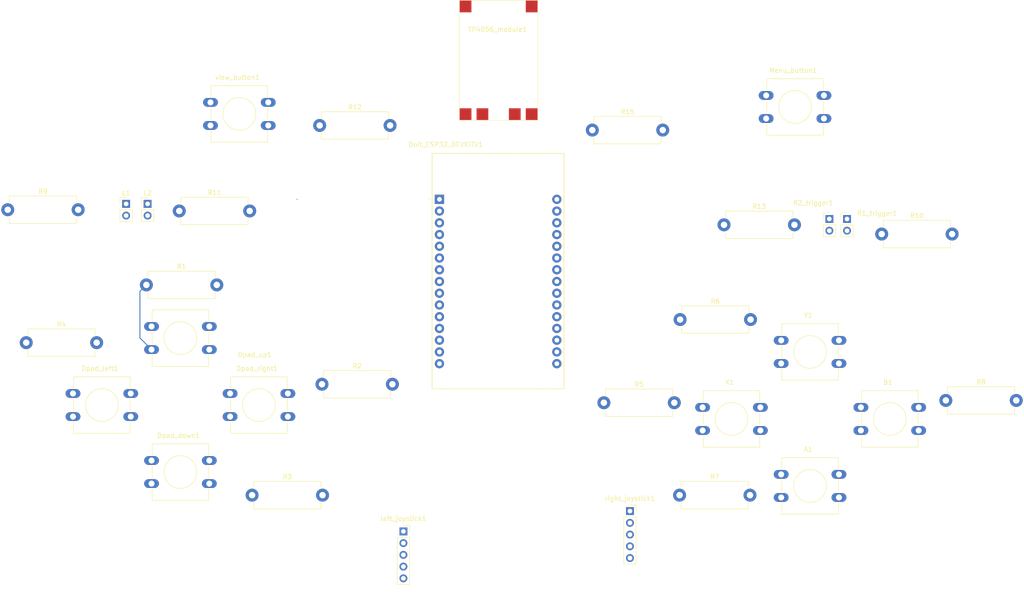
<source format=kicad_pcb>
(kicad_pcb (version 20240108) (generator "pcbnew") (generator_version "8.0")
  (layers (0 "F.Cu" signal) (31 "B.Cu" signal) (34 "B.Paste" user) (35 "F.Paste" user) (36 "B.SilkS" user "B.Silkscreen") (37 "F.SilkS" user "F.Silkscreen") (38 "B.Mask" user) (39 "F.Mask" user) (44 "Edge.Cuts" user))
  (net 0 "")
  (net 1 "A_button")
  (net 2 "gnd")
  (net 3 "B_button")
  (net 4 "SW-L")
  (net 5 "SW-R")
  (net 6 "VRy-L")
  (net 8 "L2")
  (net 9 "X_button")
  (net 10 "Dpad_right")
  (net 11 "view_button")
  (net 12 "Dpad_up")
  (net 13 "R2")
  (net 14 "Y_button")
  (net 15 "R1")
  (net 16 "L1")
  (net 20 "Menu_button")
  (net 21 "Dpad_down")
  (net 22 "Dpad_left")
  (net 23 "VRx-L")
  (net 24 "VRy-R")
  (net 25 "VRx-R")
  (net 26 "Net-(Doit_ESP32_DEVKITV1-VIN)")
  (net 27 "3.3v")
  (net 28 "Net-(Doit_ESP32_DEVKITV1-GND-Pad29)")
  (net 31 "-BATT")
  (net 34 "+BATT")
  (footprint "Connector_PinHeader_2.54mm:PinHeader_1x02_P2.54mm_Vertical" (layer "F.Cu") (at 84 71.96)
    (property "Reference" "L1" (at 0 -2.33 0) (layer "F.SilkS"))
    (property "Value" "SW_Push")
    (fp_line (start -1.33 -1.33) (end 0 -1.33) (stroke (width 0.12)) (layer "F.SilkS"))
    (fp_line (start -1.33 0) (end -1.33 -1.33) (stroke (width 0.12)) (layer "F.SilkS"))
    (fp_line (start -1.33 1.27) (end -1.33 3.87) (stroke (width 0.12)) (layer "F.SilkS"))
    (fp_line (start -1.33 1.27) (end 1.33 1.27) (stroke (width 0.12)) (layer "F.SilkS"))
    (fp_line (start -1.33 3.87) (end 1.33 3.87) (stroke (width 0.12)) (layer "F.SilkS"))
    (fp_line (start 1.33 1.27) (end 1.33 3.87) (stroke (width 0.12)) (layer "F.SilkS"))
    (pad "1" thru_hole rect (at 0 0) (size 1.7 1.7) (drill 1) (layers "*.Cu" "*.Mask") (net 2 "gnd"))
    (pad "2" thru_hole oval (at 0 2.54) (size 1.7 1.7) (drill 1) (layers "*.Cu" "*.Mask") (net 16 "L1"))
  )
  (footprint "Resistor_THT:R_Axial_DIN0614_L14.3mm_D5.7mm_P15.24mm_Horizontal" (layer "F.Cu") (at 62.38 102)
    (property "Reference" "R4" (at 7.62 -3.97 0) (layer "F.SilkS"))
    (property "Value" "4k7")
    (fp_line (start 0.35 -2.97) (end 14.89 -2.97) (stroke (width 0.12)) (layer "F.SilkS"))
    (fp_line (start 0.35 -1.64) (end 0.35 -2.97) (stroke (width 0.12)) (layer "F.SilkS"))
    (fp_line (start 0.35 1.64) (end 0.35 2.97) (stroke (width 0.12)) (layer "F.SilkS"))
    (fp_line (start 0.35 2.97) (end 14.89 2.97) (stroke (width 0.12)) (layer "F.SilkS"))
    (fp_line (start 14.89 -2.97) (end 14.89 -1.64) (stroke (width 0.12)) (layer "F.SilkS"))
    (fp_line (start 14.89 2.97) (end 14.89 1.64) (stroke (width 0.12)) (layer "F.SilkS"))
    (pad "1" thru_hole circle (at 0 0) (size 2.8 2.8) (drill 1.4) (layers "*.Cu" "*.Mask") (net 22 "Dpad_left"))
    (pad "2" thru_hole oval (at 15.24 0) (size 2.8 2.8) (drill 1.4) (layers "*.Cu" "*.Mask") (net 27 "3.3v"))
  )
  (footprint "Button_Switch_THT:SW_PUSH-12mm" (layer "F.Cu") (at 208.75 116)
    (property "Reference" "X1" (at 5.83 -5.41 0) (layer "F.SilkS"))
    (property "Value" "SW_Push")
    (fp_line (start 0.14 -3.61) (end 0.14 -1.1) (stroke (width 0.12)) (layer "F.SilkS"))
    (fp_line (start 0.14 -3.61) (end 12.36 -3.61) (stroke (width 0.12)) (layer "F.SilkS"))
    (fp_line (start 0.14 1.2) (end 0.14 3.8) (stroke (width 0.12)) (layer "F.SilkS"))
    (fp_line (start 0.14 6.1) (end 0.14 8.61) (stroke (width 0.12)) (layer "F.SilkS"))
    (fp_line (start 12.36 -3.61) (end 12.36 -1.1) (stroke (width 0.12)) (layer "F.SilkS"))
    (fp_line (start 12.36 1.2) (end 12.36 3.8) (stroke (width 0.12)) (layer "F.SilkS"))
    (fp_line (start 12.36 6.1) (end 12.36 8.61) (stroke (width 0.12)) (layer "F.SilkS"))
    (fp_line (start 12.36 8.61) (end 0.14 8.61) (stroke (width 0.12)) (layer "F.SilkS"))
    (fp_circle (center 6.25 2.5) (end 9.8 2.5) (stroke (width 0.12)) (fill none) (layer "F.SilkS"))
    (pad "1" thru_hole oval (at 0 0) (size 3.2 1.9) (drill 1.3) (layers "*.Cu" "*.Mask") (net 2 "gnd"))
    (pad "1" thru_hole oval (at 12.5 0) (size 3.2 1.9) (drill 1.3) (layers "*.Cu" "*.Mask") (net 2 "gnd"))
    (pad "2" thru_hole oval (at 0 5) (size 3.2 1.9) (drill 1.3) (layers "*.Cu" "*.Mask") (net 9 "X_button"))
    (pad "2" thru_hole oval (at 12.5 5) (size 3.2 1.9) (drill 1.3) (layers "*.Cu" "*.Mask") (net 9 "X_button"))
  )
  (footprint "Resistor_THT:R_Axial_DIN0614_L14.3mm_D5.7mm_P15.24mm_Horizontal" (layer "F.Cu") (at 111.26 135)
    (property "Reference" "R3" (at 7.62 -3.97 0) (layer "F.SilkS"))
    (property "Value" "4k7")
    (fp_line (start 0.35 -2.97) (end 14.89 -2.97) (stroke (width 0.12)) (layer "F.SilkS"))
    (fp_line (start 0.35 -1.64) (end 0.35 -2.97) (stroke (width 0.12)) (layer "F.SilkS"))
    (fp_line (start 0.35 1.64) (end 0.35 2.97) (stroke (width 0.12)) (layer "F.SilkS"))
    (fp_line (start 0.35 2.97) (end 14.89 2.97) (stroke (width 0.12)) (layer "F.SilkS"))
    (fp_line (start 14.89 -2.97) (end 14.89 -1.64) (stroke (width 0.12)) (layer "F.SilkS"))
    (fp_line (start 14.89 2.97) (end 14.89 1.64) (stroke (width 0.12)) (layer "F.SilkS"))
    (pad "1" thru_hole circle (at 0 0) (size 2.8 2.8) (drill 1.4) (layers "*.Cu" "*.Mask") (net 21 "Dpad_down"))
    (pad "2" thru_hole oval (at 15.24 0) (size 2.8 2.8) (drill 1.4) (layers "*.Cu" "*.Mask") (net 27 "3.3v"))
  )
  (footprint "Button_Switch_THT:SW_PUSH-12mm" (layer "F.Cu") (at 225.75 101.5)
    (property "Reference" "Y1" (at 5.83 -5.41 0) (layer "F.SilkS"))
    (property "Value" "SW_Push")
    (fp_line (start 0.14 -3.61) (end 0.14 -1.1) (stroke (width 0.12)) (layer "F.SilkS"))
    (fp_line (start 0.14 -3.61) (end 12.36 -3.61) (stroke (width 0.12)) (layer "F.SilkS"))
    (fp_line (start 0.14 1.2) (end 0.14 3.8) (stroke (width 0.12)) (layer "F.SilkS"))
    (fp_line (start 0.14 6.1) (end 0.14 8.61) (stroke (width 0.12)) (layer "F.SilkS"))
    (fp_line (start 12.36 -3.61) (end 12.36 -1.1) (stroke (width 0.12)) (layer "F.SilkS"))
    (fp_line (start 12.36 1.2) (end 12.36 3.8) (stroke (width 0.12)) (layer "F.SilkS"))
    (fp_line (start 12.36 6.1) (end 12.36 8.61) (stroke (width 0.12)) (layer "F.SilkS"))
    (fp_line (start 12.36 8.61) (end 0.14 8.61) (stroke (width 0.12)) (layer "F.SilkS"))
    (fp_circle (center 6.25 2.5) (end 9.8 2.5) (stroke (width 0.12)) (fill none) (layer "F.SilkS"))
    (pad "1" thru_hole oval (at 0 0) (size 3.2 1.9) (drill 1.3) (layers "*.Cu" "*.Mask") (net 2 "gnd"))
    (pad "1" thru_hole oval (at 12.5 0) (size 3.2 1.9) (drill 1.3) (layers "*.Cu" "*.Mask") (net 2 "gnd"))
    (pad "2" thru_hole oval (at 0 5) (size 3.2 1.9) (drill 1.3) (layers "*.Cu" "*.Mask") (net 14 "Y_button"))
    (pad "2" thru_hole oval (at 12.5 5) (size 3.2 1.9) (drill 1.3) (layers "*.Cu" "*.Mask") (net 14 "Y_button"))
  )
  (footprint "Resistor_THT:R_Axial_DIN0614_L14.3mm_D5.7mm_P15.24mm_Horizontal" (layer "F.Cu") (at 203.76 135)
    (property "Reference" "R7" (at 7.62 -3.97 0) (layer "F.SilkS"))
    (property "Value" "4k7")
    (fp_line (start 0.35 -2.97) (end 14.89 -2.97) (stroke (width 0.12)) (layer "F.SilkS"))
    (fp_line (start 0.35 -1.64) (end 0.35 -2.97) (stroke (width 0.12)) (layer "F.SilkS"))
    (fp_line (start 0.35 1.64) (end 0.35 2.97) (stroke (width 0.12)) (layer "F.SilkS"))
    (fp_line (start 0.35 2.97) (end 14.89 2.97) (stroke (width 0.12)) (layer "F.SilkS"))
    (fp_line (start 14.89 -2.97) (end 14.89 -1.64) (stroke (width 0.12)) (layer "F.SilkS"))
    (fp_line (start 14.89 2.97) (end 14.89 1.64) (stroke (width 0.12)) (layer "F.SilkS"))
    (pad "1" thru_hole circle (at 0 0) (size 2.8 2.8) (drill 1.4) (layers "*.Cu" "*.Mask") (net 1 "A_button"))
    (pad "2" thru_hole oval (at 15.24 0) (size 2.8 2.8) (drill 1.4) (layers "*.Cu" "*.Mask") (net 27 "3.3v"))
  )
  (footprint "Resistor_THT:R_Axial_DIN0614_L14.3mm_D5.7mm_P15.24mm_Horizontal" (layer "F.Cu") (at 213.38 76.5)
    (property "Reference" "R13" (at 7.62 -3.97 0) (layer "F.SilkS"))
    (property "Value" "4k7")
    (fp_line (start 0.35 -2.97) (end 14.89 -2.97) (stroke (width 0.12)) (layer "F.SilkS"))
    (fp_line (start 0.35 -1.64) (end 0.35 -2.97) (stroke (width 0.12)) (layer "F.SilkS"))
    (fp_line (start 0.35 1.64) (end 0.35 2.97) (stroke (width 0.12)) (layer "F.SilkS"))
    (fp_line (start 0.35 2.97) (end 14.89 2.97) (stroke (width 0.12)) (layer "F.SilkS"))
    (fp_line (start 14.89 -2.97) (end 14.89 -1.64) (stroke (width 0.12)) (layer "F.SilkS"))
    (fp_line (start 14.89 2.97) (end 14.89 1.64) (stroke (width 0.12)) (layer "F.SilkS"))
    (pad "1" thru_hole circle (at 0 0) (size 2.8 2.8) (drill 1.4) (layers "*.Cu" "*.Mask") (net 13 "R2"))
    (pad "2" thru_hole oval (at 15.24 0) (size 2.8 2.8) (drill 1.4) (layers "*.Cu" "*.Mask") (net 27 "3.3v"))
  )
  (footprint "Resistor_THT:R_Axial_DIN0614_L14.3mm_D5.7mm_P15.24mm_Horizontal" (layer "F.Cu") (at 184.88 56)
    (property "Reference" "R15" (at 7.62 -3.97 0) (layer "F.SilkS"))
    (property "Value" "4k7")
    (fp_line (start 0.35 -2.97) (end 14.89 -2.97) (stroke (width 0.12)) (layer "F.SilkS"))
    (fp_line (start 0.35 -1.64) (end 0.35 -2.97) (stroke (width 0.12)) (layer "F.SilkS"))
    (fp_line (start 0.35 1.64) (end 0.35 2.97) (stroke (width 0.12)) (layer "F.SilkS"))
    (fp_line (start 0.35 2.97) (end 14.89 2.97) (stroke (width 0.12)) (layer "F.SilkS"))
    (fp_line (start 14.89 -2.97) (end 14.89 -1.64) (stroke (width 0.12)) (layer "F.SilkS"))
    (fp_line (start 14.89 2.97) (end 14.89 1.64) (stroke (width 0.12)) (layer "F.SilkS"))
    (pad "1" thru_hole circle (at 0 0) (size 2.8 2.8) (drill 1.4) (layers "*.Cu" "*.Mask") (net 20 "Menu_button"))
    (pad "2" thru_hole oval (at 15.24 0) (size 2.8 2.8) (drill 1.4) (layers "*.Cu" "*.Mask") (net 27 "3.3v"))
  )
  (footprint "Connector_PinSocket_2.54mm:PinSocket_1x05_P2.54mm_Vertical" (layer "F.Cu") (at 193.025 138.45)
    (property "Reference" "right_joystick1" (at 0 -2.77 0) (layer "F.SilkS"))
    (property "Value" "Conn_01x05_Pin")
    (fp_line (start -1.33 1.27) (end -1.33 11.49) (stroke (width 0.12)) (layer "F.SilkS"))
    (fp_line (start -1.33 1.27) (end 1.33 1.27) (stroke (width 0.12)) (layer "F.SilkS"))
    (fp_line (start -1.33 11.49) (end 1.33 11.49) (stroke (width 0.12)) (layer "F.SilkS"))
    (fp_line (start 0 -1.33) (end 1.33 -1.33) (stroke (width 0.12)) (layer "F.SilkS"))
    (fp_line (start 1.33 -1.33) (end 1.33 0) (stroke (width 0.12)) (layer "F.SilkS"))
    (fp_line (start 1.33 1.27) (end 1.33 11.49) (stroke (width 0.12)) (layer "F.SilkS"))
    (pad "1" thru_hole rect (at 0 0) (size 1.7 1.7) (drill 1) (layers "*.Cu" "*.Mask") (net 5 "SW-R"))
    (pad "2" thru_hole oval (at 0 2.54) (size 1.7 1.7) (drill 1) (layers "*.Cu" "*.Mask") (net 24 "VRy-R"))
    (pad "3" thru_hole oval (at 0 5.08) (size 1.7 1.7) (drill 1) (layers "*.Cu" "*.Mask") (net 25 "VRx-R"))
    (pad "4" thru_hole oval (at 0 7.62) (size 1.7 1.7) (drill 1) (layers "*.Cu" "*.Mask") (net 2 "gnd"))
    (pad "5" thru_hole oval (at 0 10.16) (size 1.7 1.7) (drill 1) (layers "*.Cu" "*.Mask") (net 27 "3.3v"))
  )
  (footprint "Connector_PinHeader_2.54mm:PinHeader_1x02_P2.54mm_Vertical" (layer "F.Cu") (at 240 75.225)
    (property "Reference" "R1_trigger1" (at 6.5 -1.225 0) (layer "F.SilkS"))
    (property "Value" "SW_Push")
    (fp_line (start -1.33 -1.33) (end 0 -1.33) (stroke (width 0.12)) (layer "F.SilkS"))
    (fp_line (start -1.33 0) (end -1.33 -1.33) (stroke (width 0.12)) (layer "F.SilkS"))
    (fp_line (start -1.33 1.27) (end -1.33 3.87) (stroke (width 0.12)) (layer "F.SilkS"))
    (fp_line (start -1.33 1.27) (end 1.33 1.27) (stroke (width 0.12)) (layer "F.SilkS"))
    (fp_line (start -1.33 3.87) (end 1.33 3.87) (stroke (width 0.12)) (layer "F.SilkS"))
    (fp_line (start 1.33 1.27) (end 1.33 3.87) (stroke (width 0.12)) (layer "F.SilkS"))
    (pad "1" thru_hole rect (at 0 0) (size 1.7 1.7) (drill 1) (layers "*.Cu" "*.Mask") (net 2 "gnd"))
    (pad "2" thru_hole oval (at 0 2.54) (size 1.7 1.7) (drill 1) (layers "*.Cu" "*.Mask") (net 15 "R1"))
  )
  (footprint "Button_Switch_THT:SW_PUSH-12mm" (layer "F.Cu") (at 106.5 113)
    (property "Reference" "Dpad_right1" (at 5.83 -5.41 0) (layer "F.SilkS"))
    (property "Value" "SW_Push")
    (fp_line (start 0.14 -3.61) (end 0.14 -1.1) (stroke (width 0.12)) (layer "F.SilkS"))
    (fp_line (start 0.14 -3.61) (end 12.36 -3.61) (stroke (width 0.12)) (layer "F.SilkS"))
    (fp_line (start 0.14 1.2) (end 0.14 3.8) (stroke (width 0.12)) (layer "F.SilkS"))
    (fp_line (start 0.14 6.1) (end 0.14 8.61) (stroke (width 0.12)) (layer "F.SilkS"))
    (fp_line (start 12.36 -3.61) (end 12.36 -1.1) (stroke (width 0.12)) (layer "F.SilkS"))
    (fp_line (start 12.36 1.2) (end 12.36 3.8) (stroke (width 0.12)) (layer "F.SilkS"))
    (fp_line (start 12.36 6.1) (end 12.36 8.61) (stroke (width 0.12)) (layer "F.SilkS"))
    (fp_line (start 12.36 8.61) (end 0.14 8.61) (stroke (width 0.12)) (layer "F.SilkS"))
    (fp_circle (center 6.25 2.5) (end 9.8 2.5) (stroke (width 0.12)) (fill none) (layer "F.SilkS"))
    (pad "1" thru_hole oval (at 0 0) (size 3.2 1.9) (drill 1.3) (layers "*.Cu" "*.Mask") (net 2 "gnd"))
    (pad "1" thru_hole oval (at 12.5 0) (size 3.2 1.9) (drill 1.3) (layers "*.Cu" "*.Mask") (net 2 "gnd"))
    (pad "2" thru_hole oval (at 0 5) (size 3.2 1.9) (drill 1.3) (layers "*.Cu" "*.Mask") (net 10 "Dpad_right"))
    (pad "2" thru_hole oval (at 12.5 5) (size 3.2 1.9) (drill 1.3) (layers "*.Cu" "*.Mask") (net 10 "Dpad_right"))
  )
  (footprint "Resistor_THT:R_Axial_DIN0614_L14.3mm_D5.7mm_P15.24mm_Horizontal" (layer "F.Cu") (at 95.5 73.5)
    (property "Reference" "R11" (at 7.62 -3.97 0) (layer "F.SilkS"))
    (property "Value" "4k7")
    (fp_line (start 0.35 -2.97) (end 14.89 -2.97) (stroke (width 0.12)) (layer "F.SilkS"))
    (fp_line (start 0.35 -1.64) (end 0.35 -2.97) (stroke (width 0.12)) (layer "F.SilkS"))
    (fp_line (start 0.35 1.64) (end 0.35 2.97) (stroke (width 0.12)) (layer "F.SilkS"))
    (fp_line (start 0.35 2.97) (end 14.89 2.97) (stroke (width 0.12)) (layer "F.SilkS"))
    (fp_line (start 14.89 -2.97) (end 14.89 -1.64) (stroke (width 0.12)) (layer "F.SilkS"))
    (fp_line (start 14.89 2.97) (end 14.89 1.64) (stroke (width 0.12)) (layer "F.SilkS"))
    (pad "1" thru_hole circle (at 0 0) (size 2.8 2.8) (drill 1.4) (layers "*.Cu" "*.Mask") (net 8 "L2"))
    (pad "2" thru_hole oval (at 15.24 0) (size 2.8 2.8) (drill 1.4) (layers "*.Cu" "*.Mask") (net 27 "3.3v"))
  )
  (footprint "Button_Switch_THT:SW_PUSH-12mm" (layer "F.Cu") (at 222.5 48.5)
    (property "Reference" "Menu_button1" (at 5.83 -5.41 0) (layer "F.SilkS"))
    (property "Value" "SW_Push")
    (fp_line (start 0.14 -3.61) (end 0.14 -1.1) (stroke (width 0.12)) (layer "F.SilkS"))
    (fp_line (start 0.14 -3.61) (end 12.36 -3.61) (stroke (width 0.12)) (layer "F.SilkS"))
    (fp_line (start 0.14 1.2) (end 0.14 3.8) (stroke (width 0.12)) (layer "F.SilkS"))
    (fp_line (start 0.14 6.1) (end 0.14 8.61) (stroke (width 0.12)) (layer "F.SilkS"))
    (fp_line (start 12.36 -3.61) (end 12.36 -1.1) (stroke (width 0.12)) (layer "F.SilkS"))
    (fp_line (start 12.36 1.2) (end 12.36 3.8) (stroke (width 0.12)) (layer "F.SilkS"))
    (fp_line (start 12.36 6.1) (end 12.36 8.61) (stroke (width 0.12)) (layer "F.SilkS"))
    (fp_line (start 12.36 8.61) (end 0.14 8.61) (stroke (width 0.12)) (layer "F.SilkS"))
    (fp_circle (center 6.25 2.5) (end 9.8 2.5) (stroke (width 0.12)) (fill none) (layer "F.SilkS"))
    (pad "1" thru_hole oval (at 0 0) (size 3.2 1.9) (drill 1.3) (layers "*.Cu" "*.Mask") (net 2 "gnd"))
    (pad "1" thru_hole oval (at 12.5 0) (size 3.2 1.9) (drill 1.3) (layers "*.Cu" "*.Mask") (net 2 "gnd"))
    (pad "2" thru_hole oval (at 0 5) (size 3.2 1.9) (drill 1.3) (layers "*.Cu" "*.Mask") (net 20 "Menu_button"))
    (pad "2" thru_hole oval (at 12.5 5) (size 3.2 1.9) (drill 1.3) (layers "*.Cu" "*.Mask") (net 20 "Menu_button"))
  )
  (footprint "Connector_PinHeader_2.54mm:PinHeader_1x02_P2.54mm_Vertical" (layer "F.Cu") (at 88.65 71.96)
    (property "Reference" "L2" (at 0 -2.33 0) (layer "F.SilkS"))
    (property "Value" "SW_Push")
    (fp_line (start -1.33 -1.33) (end 0 -1.33) (stroke (width 0.12)) (layer "F.SilkS"))
    (fp_line (start -1.33 0) (end -1.33 -1.33) (stroke (width 0.12)) (layer "F.SilkS"))
    (fp_line (start -1.33 1.27) (end -1.33 3.87) (stroke (width 0.12)) (layer "F.SilkS"))
    (fp_line (start -1.33 1.27) (end 1.33 1.27) (stroke (width 0.12)) (layer "F.SilkS"))
    (fp_line (start -1.33 3.87) (end 1.33 3.87) (stroke (width 0.12)) (layer "F.SilkS"))
    (fp_line (start 1.33 1.27) (end 1.33 3.87) (stroke (width 0.12)) (layer "F.SilkS"))
    (pad "1" thru_hole rect (at 0 0) (size 1.7 1.7) (drill 1) (layers "*.Cu" "*.Mask") (net 2 "gnd"))
    (pad "2" thru_hole oval (at 0 2.54) (size 1.7 1.7) (drill 1) (layers "*.Cu" "*.Mask") (net 8 "L2"))
  )
  (footprint "Button_Switch_THT:SW_PUSH-12mm" (layer "F.Cu") (at 225.75 130.5)
    (property "Reference" "A1" (at 5.83 -5.41 0) (layer "F.SilkS"))
    (property "Value" "SW_Push")
    (fp_line (start 0.14 -3.61) (end 0.14 -1.1) (stroke (width 0.12)) (layer "F.SilkS"))
    (fp_line (start 0.14 -3.61) (end 12.36 -3.61) (stroke (width 0.12)) (layer "F.SilkS"))
    (fp_line (start 0.14 1.2) (end 0.14 3.8) (stroke (width 0.12)) (layer "F.SilkS"))
    (fp_line (start 0.14 6.1) (end 0.14 8.61) (stroke (width 0.12)) (layer "F.SilkS"))
    (fp_line (start 12.36 -3.61) (end 12.36 -1.1) (stroke (width 0.12)) (layer "F.SilkS"))
    (fp_line (start 12.36 1.2) (end 12.36 3.8) (stroke (width 0.12)) (layer "F.SilkS"))
    (fp_line (start 12.36 6.1) (end 12.36 8.61) (stroke (width 0.12)) (layer "F.SilkS"))
    (fp_line (start 12.36 8.61) (end 0.14 8.61) (stroke (width 0.12)) (layer "F.SilkS"))
    (fp_circle (center 6.25 2.5) (end 9.8 2.5) (stroke (width 0.12)) (fill none) (layer "F.SilkS"))
    (pad "1" thru_hole oval (at 0 0) (size 3.2 1.9) (drill 1.3) (layers "*.Cu" "*.Mask") (net 2 "gnd"))
    (pad "1" thru_hole oval (at 12.5 0) (size 3.2 1.9) (drill 1.3) (layers "*.Cu" "*.Mask") (net 2 "gnd"))
    (pad "2" thru_hole oval (at 0 5) (size 3.2 1.9) (drill 1.3) (layers "*.Cu" "*.Mask") (net 1 "A_button"))
    (pad "2" thru_hole oval (at 12.5 5) (size 3.2 1.9) (drill 1.3) (layers "*.Cu" "*.Mask") (net 1 "A_button"))
  )
  (footprint "Resistor_THT:R_Axial_DIN0614_L14.3mm_D5.7mm_P15.24mm_Horizontal" (layer "F.Cu") (at 58.38 73.235)
    (property "Reference" "R9" (at 7.62 -3.97 0) (layer "F.SilkS"))
    (property "Value" "4k7")
    (fp_line (start 0.35 -2.97) (end 14.89 -2.97) (stroke (width 0.12)) (layer "F.SilkS"))
    (fp_line (start 0.35 -1.64) (end 0.35 -2.97) (stroke (width 0.12)) (layer "F.SilkS"))
    (fp_line (start 0.35 1.64) (end 0.35 2.97) (stroke (width 0.12)) (layer "F.SilkS"))
    (fp_line (start 0.35 2.97) (end 14.89 2.97) (stroke (width 0.12)) (layer "F.SilkS"))
    (fp_line (start 14.89 -2.97) (end 14.89 -1.64) (stroke (width 0.12)) (layer "F.SilkS"))
    (fp_line (start 14.89 2.97) (end 14.89 1.64) (stroke (width 0.12)) (layer "F.SilkS"))
    (pad "1" thru_hole circle (at 0 0) (size 2.8 2.8) (drill 1.4) (layers "*.Cu" "*.Mask") (net 16 "L1"))
    (pad "2" thru_hole oval (at 15.24 0) (size 2.8 2.8) (drill 1.4) (layers "*.Cu" "*.Mask") (net 27 "3.3v"))
  )
  (footprint "Resistor_THT:R_Axial_DIN0614_L14.3mm_D5.7mm_P15.24mm_Horizontal" (layer "F.Cu") (at 247.5 78.5)
    (property "Reference" "R10" (at 7.62 -3.97 0) (layer "F.SilkS"))
    (property "Value" "4k7")
    (fp_line (start 0.35 -2.97) (end 14.89 -2.97) (stroke (width 0.12)) (layer "F.SilkS"))
    (fp_line (start 0.35 -1.64) (end 0.35 -2.97) (stroke (width 0.12)) (layer "F.SilkS"))
    (fp_line (start 0.35 1.64) (end 0.35 2.97) (stroke (width 0.12)) (layer "F.SilkS"))
    (fp_line (start 0.35 2.97) (end 14.89 2.97) (stroke (width 0.12)) (layer "F.SilkS"))
    (fp_line (start 14.89 -2.97) (end 14.89 -1.64) (stroke (width 0.12)) (layer "F.SilkS"))
    (fp_line (start 14.89 2.97) (end 14.89 1.64) (stroke (width 0.12)) (layer "F.SilkS"))
    (pad "1" thru_hole circle (at 0 0) (size 2.8 2.8) (drill 1.4) (layers "*.Cu" "*.Mask") (net 15 "R1"))
    (pad "2" thru_hole oval (at 15.24 0) (size 2.8 2.8) (drill 1.4) (layers "*.Cu" "*.Mask") (net 27 "3.3v"))
  )
  (footprint "Resistor_THT:R_Axial_DIN0614_L14.3mm_D5.7mm_P15.24mm_Horizontal" (layer "F.Cu") (at 88.38 89.5)
    (property "Reference" "R1" (at 7.62 -3.97 0) (layer "F.SilkS"))
    (property "Value" "4k7")
    (fp_line (start 0.35 -2.97) (end 14.89 -2.97) (stroke (width 0.12)) (layer "F.SilkS"))
    (fp_line (start 0.35 -1.64) (end 0.35 -2.97) (stroke (width 0.12)) (layer "F.SilkS"))
    (fp_line (start 0.35 1.64) (end 0.35 2.97) (stroke (width 0.12)) (layer "F.SilkS"))
    (fp_line (start 0.35 2.97) (end 14.89 2.97) (stroke (width 0.12)) (layer "F.SilkS"))
    (fp_line (start 14.89 -2.97) (end 14.89 -1.64) (stroke (width 0.12)) (layer "F.SilkS"))
    (fp_line (start 14.89 2.97) (end 14.89 1.64) (stroke (width 0.12)) (layer "F.SilkS"))
    (pad "1" thru_hole circle (at 0 0) (size 2.8 2.8) (drill 1.4) (layers "*.Cu" "*.Mask") (net 12 "Dpad_up"))
    (pad "2" thru_hole oval (at 15.24 0) (size 2.8 2.8) (drill 1.4) (layers "*.Cu" "*.Mask") (net 27 "3.3v"))
  )
  (footprint "Button_Switch_THT:SW_PUSH-12mm" (layer "F.Cu") (at 72.5 113)
    (property "Reference" "Dpad_left1" (at 5.83 -5.41 0) (layer "F.SilkS"))
    (property "Value" "SW_Push")
    (fp_line (start 0.14 -3.61) (end 0.14 -1.1) (stroke (width 0.12)) (layer "F.SilkS"))
    (fp_line (start 0.14 -3.61) (end 12.36 -3.61) (stroke (width 0.12)) (layer "F.SilkS"))
    (fp_line (start 0.14 1.2) (end 0.14 3.8) (stroke (width 0.12)) (layer "F.SilkS"))
    (fp_line (start 0.14 6.1) (end 0.14 8.61) (stroke (width 0.12)) (layer "F.SilkS"))
    (fp_line (start 12.36 -3.61) (end 12.36 -1.1) (stroke (width 0.12)) (layer "F.SilkS"))
    (fp_line (start 12.36 1.2) (end 12.36 3.8) (stroke (width 0.12)) (layer "F.SilkS"))
    (fp_line (start 12.36 6.1) (end 12.36 8.61) (stroke (width 0.12)) (layer "F.SilkS"))
    (fp_line (start 12.36 8.61) (end 0.14 8.61) (stroke (width 0.12)) (layer "F.SilkS"))
    (fp_circle (center 6.25 2.5) (end 9.8 2.5) (stroke (width 0.12)) (fill none) (layer "F.SilkS"))
    (pad "1" thru_hole oval (at 0 0) (size 3.2 1.9) (drill 1.3) (layers "*.Cu" "*.Mask") (net 2 "gnd"))
    (pad "1" thru_hole oval (at 12.5 0) (size 3.2 1.9) (drill 1.3) (layers "*.Cu" "*.Mask") (net 2 "gnd"))
    (pad "2" thru_hole oval (at 0 5) (size 3.2 1.9) (drill 1.3) (layers "*.Cu" "*.Mask") (net 22 "Dpad_left"))
    (pad "2" thru_hole oval (at 12.5 5) (size 3.2 1.9) (drill 1.3) (layers "*.Cu" "*.Mask") (net 22 "Dpad_left"))
  )
  (footprint "Resistor_THT:R_Axial_DIN0614_L14.3mm_D5.7mm_P15.24mm_Horizontal" (layer "F.Cu") (at 126.38 111)
    (property "Reference" "R2" (at 7.62 -3.97 0) (layer "F.SilkS"))
    (property "Value" "4k7")
    (fp_line (start 0.35 -2.97) (end 14.89 -2.97) (stroke (width 0.12)) (layer "F.SilkS"))
    (fp_line (start 0.35 -1.64) (end 0.35 -2.97) (stroke (width 0.12)) (layer "F.SilkS"))
    (fp_line (start 0.35 1.64) (end 0.35 2.97) (stroke (width 0.12)) (layer "F.SilkS"))
    (fp_line (start 0.35 2.97) (end 14.89 2.97) (stroke (width 0.12)) (layer "F.SilkS"))
    (fp_line (start 14.89 -2.97) (end 14.89 -1.64) (stroke (width 0.12)) (layer "F.SilkS"))
    (fp_line (start 14.89 2.97) (end 14.89 1.64) (stroke (width 0.12)) (layer "F.SilkS"))
    (pad "1" thru_hole circle (at 0 0) (size 2.8 2.8) (drill 1.4) (layers "*.Cu" "*.Mask") (net 10 "Dpad_right"))
    (pad "2" thru_hole oval (at 15.24 0) (size 2.8 2.8) (drill 1.4) (layers "*.Cu" "*.Mask") (net 27 "3.3v"))
  )
  (footprint "Resistor_THT:R_Axial_DIN0614_L14.3mm_D5.7mm_P15.24mm_Horizontal" (layer "F.Cu") (at 203.88 97)
    (property "Reference" "R6" (at 7.62 -3.97 0) (layer "F.SilkS"))
    (property "Value" "4k7")
    (fp_line (start 0.35 -2.97) (end 14.89 -2.97) (stroke (width 0.12)) (layer "F.SilkS"))
    (fp_line (start 0.35 -1.64) (end 0.35 -2.97) (stroke (width 0.12)) (layer "F.SilkS"))
    (fp_line (start 0.35 1.64) (end 0.35 2.97) (stroke (width 0.12)) (layer "F.SilkS"))
    (fp_line (start 0.35 2.97) (end 14.89 2.97) (stroke (width 0.12)) (layer "F.SilkS"))
    (fp_line (start 14.89 -2.97) (end 14.89 -1.64) (stroke (width 0.12)) (layer "F.SilkS"))
    (fp_line (start 14.89 2.97) (end 14.89 1.64) (stroke (width 0.12)) (layer "F.SilkS"))
    (pad "1" thru_hole circle (at 0 0) (size 2.8 2.8) (drill 1.4) (layers "*.Cu" "*.Mask") (net 14 "Y_button"))
    (pad "2" thru_hole oval (at 15.24 0) (size 2.8 2.8) (drill 1.4) (layers "*.Cu" "*.Mask") (net 27 "3.3v"))
  )
  (footprint "Resistor_THT:R_Axial_DIN0614_L14.3mm_D5.7mm_P15.24mm_Horizontal" (layer "F.Cu") (at 261.38 114.5)
    (property "Reference" "R8" (at 7.62 -3.97 0) (layer "F.SilkS"))
    (property "Value" "4k7")
    (fp_line (start 0.35 -2.97) (end 14.89 -2.97) (stroke (width 0.12)) (layer "F.SilkS"))
    (fp_line (start 0.35 -1.64) (end 0.35 -2.97) (stroke (width 0.12)) (layer "F.SilkS"))
    (fp_line (start 0.35 1.64) (end 0.35 2.97) (stroke (width 0.12)) (layer "F.SilkS"))
    (fp_line (start 0.35 2.97) (end 14.89 2.97) (stroke (width 0.12)) (layer "F.SilkS"))
    (fp_line (start 14.89 -2.97) (end 14.89 -1.64) (stroke (width 0.12)) (layer "F.SilkS"))
    (fp_line (start 14.89 2.97) (end 14.89 1.64) (stroke (width 0.12)) (layer "F.SilkS"))
    (pad "1" thru_hole circle (at 0 0) (size 2.8 2.8) (drill 1.4) (layers "*.Cu" "*.Mask") (net 3 "B_button"))
    (pad "2" thru_hole oval (at 15.24 0) (size 2.8 2.8) (drill 1.4) (layers "*.Cu" "*.Mask") (net 27 "3.3v"))
  )
  (footprint "Button_Switch_THT:SW_PUSH-12mm" (layer "F.Cu") (at 89.5 98.5)
    (property "Reference" "Dpad_up1" (at 22.33 6.09 0) (layer "F.SilkS"))
    (property "Value" "SW_Push")
    (fp_line (start 0.14 -3.61) (end 0.14 -1.1) (stroke (width 0.12)) (layer "F.SilkS"))
    (fp_line (start 0.14 -3.61) (end 12.36 -3.61) (stroke (width 0.12)) (layer "F.SilkS"))
    (fp_line (start 0.14 1.2) (end 0.14 3.8) (stroke (width 0.12)) (layer "F.SilkS"))
    (fp_line (start 0.14 6.1) (end 0.14 8.61) (stroke (width 0.12)) (layer "F.SilkS"))
    (fp_line (start 12.36 -3.61) (end 12.36 -1.1) (stroke (width 0.12)) (layer "F.SilkS"))
    (fp_line (start 12.36 1.2) (end 12.36 3.8) (stroke (width 0.12)) (layer "F.SilkS"))
    (fp_line (start 12.36 6.1) (end 12.36 8.61) (stroke (width 0.12)) (layer "F.SilkS"))
    (fp_line (start 12.36 8.61) (end 0.14 8.61) (stroke (width 0.12)) (layer "F.SilkS"))
    (fp_circle (center 6.25 2.5) (end 9.8 2.5) (stroke (width 0.12)) (fill none) (layer "F.SilkS"))
    (pad "1" thru_hole oval (at 0 0) (size 3.2 1.9) (drill 1.3) (layers "*.Cu" "*.Mask") (net 2 "gnd"))
    (pad "1" thru_hole oval (at 12.5 0) (size 3.2 1.9) (drill 1.3) (layers "*.Cu" "*.Mask") (net 2 "gnd"))
    (pad "2" thru_hole oval (at 0 5) (size 3.2 1.9) (drill 1.3) (layers "*.Cu" "*.Mask") (net 12 "Dpad_up"))
    (pad "2" thru_hole oval (at 12.5 5) (size 3.2 1.9) (drill 1.3) (layers "*.Cu" "*.Mask") (net 12 "Dpad_up"))
  )
  (footprint "HACKPAD_V1:TP4056" (layer "F.Cu") (at 156.1 53.9)
    (property "Reference" "TP4056_module1" (at 8.255 -19.685 0) (layer "F.SilkS"))
    (property "Value" "~")
    (fp_line (start 0 -26) (end 0 0) (stroke (width 0.1)) (layer "F.SilkS"))
    (fp_line (start 0 0) (end 17 0) (stroke (width 0.1)) (layer "F.SilkS"))
    (fp_line (start 17 -26) (end 0 -26) (stroke (width 0.1)) (layer "F.SilkS"))
    (fp_line (start 17 0) (end 17 -26) (stroke (width 0.1)) (layer "F.SilkS"))
    (pad "B+" smd rect (at 12 -1.35) (size 2.54 2.54) (layers "F.Cu" "F.Paste" "F.Mask") (net 34 "+BATT"))
    (pad "B-" smd rect (at 5 -1.35) (size 2.54 2.54) (layers "F.Cu" "F.Paste" "F.Mask") (net 31 "-BATT"))
    (pad "IN+" smd rect (at 15.65 -24.65) (size 2.54 2.54) (layers "F.Cu" "F.Paste" "F.Mask"))
    (pad "IN-" smd rect (at 1.35 -24.65) (size 2.54 2.54) (layers "F.Cu" "F.Paste" "F.Mask"))
    (pad "OUT+" smd rect (at 15.65 -1.35) (size 2.54 2.54) (layers "F.Cu" "F.Paste" "F.Mask") (net 26 "Net-(Doit_ESP32_DEVKITV1-VIN)"))
    (pad "OUT-" smd rect (at 1.35 -1.35) (size 2.54 2.54) (layers "F.Cu" "F.Paste" "F.Mask") (net 28 "Net-(Doit_ESP32_DEVKITV1-GND-Pad29)"))
  )
  (footprint "Resistor_THT:R_Axial_DIN0614_L14.3mm_D5.7mm_P15.24mm_Horizontal" (layer "F.Cu") (at 125.88 55)
    (property "Reference" "R12" (at 7.62 -3.97 0) (layer "F.SilkS"))
    (property "Value" "4k7")
    (fp_line (start 0.35 -2.97) (end 14.89 -2.97) (stroke (width 0.12)) (layer "F.SilkS"))
    (fp_line (start 0.35 -1.64) (end 0.35 -2.97) (stroke (width 0.12)) (layer "F.SilkS"))
    (fp_line (start 0.35 1.64) (end 0.35 2.97) (stroke (width 0.12)) (layer "F.SilkS"))
    (fp_line (start 0.35 2.97) (end 14.89 2.97) (stroke (width 0.12)) (layer "F.SilkS"))
    (fp_line (start 14.89 -2.97) (end 14.89 -1.64) (stroke (width 0.12)) (layer "F.SilkS"))
    (fp_line (start 14.89 2.97) (end 14.89 1.64) (stroke (width 0.12)) (layer "F.SilkS"))
    (pad "1" thru_hole circle (at 0 0) (size 2.8 2.8) (drill 1.4) (layers "*.Cu" "*.Mask") (net 11 "view_button"))
    (pad "2" thru_hole oval (at 15.24 0) (size 2.8 2.8) (drill 1.4) (layers "*.Cu" "*.Mask") (net 27 "3.3v"))
  )
  (footprint "HACKPAD_V1:Doit_ESP32_DEVKITV1" (layer "F.Cu") (at 164.5 86.5)
    (property "Reference" "Doit_ESP32_DEVKITV1" (at -11.355 -27.36 0) (layer "F.SilkS"))
    (property "Value" "~")
    (fp_line (start -14.28 -25.475) (end -3.211 -25.475) (stroke (width 0.127)) (layer "F.SilkS"))
    (fp_line (start -14.28 -25.475) (end 14.23 -25.475) (stroke (width 0.127)) (layer "F.SilkS"))
    (fp_line (start -14.28 25.475) (end -14.28 -25.475) (stroke (width 0.127)) (layer "F.SilkS"))
    (fp_line (start -14.28 25.475) (end -14.28 -25.475) (stroke (width 0.127)) (layer "F.SilkS"))
    (fp_line (start -14.28 25.475) (end -8.91 25.475) (stroke (width 0.127)) (layer "F.SilkS"))
    (fp_line (start -8.91 25.475) (end 8.78 25.475) (stroke (width 0.127)) (layer "F.SilkS"))
    (fp_line (start -3.211 -25.475) (end 3.5 -25.475) (stroke (width 0.127)) (layer "F.SilkS"))
    (fp_line (start 3.5 -25.475) (end 14.23 -25.475) (stroke (width 0.127)) (layer "F.SilkS"))
    (fp_line (start 8.78 25.475) (end 14.23 25.475) (stroke (width 0.127)) (layer "F.SilkS"))
    (fp_line (start 14.23 -25.475) (end 14.23 25.475) (stroke (width 0.127)) (layer "F.SilkS"))
    (fp_line (start 14.23 -25.475) (end 14.23 25.475) (stroke (width 0.127)) (layer "F.SilkS"))
    (fp_line (start 14.23 25.475) (end -14.28 25.475) (stroke (width 0.127)) (layer "F.SilkS"))
    (fp_circle (center -14.85 -15.515) (end -14.75 -15.515) (stroke (width 0.2)) (fill none) (layer "F.SilkS"))
    (pad "" np_thru_hole circle (at -12.28 -23.475) (size 3 3) (drill 3) (layers "*.Cu" "*.Mask"))
    (pad "" np_thru_hole circle (at -12.28 23.475) (size 3 3) (drill 3) (layers "*.Cu" "*.Mask"))
    (pad "" np_thru_hole circle (at 12.23 -23.475) (size 3 3) (drill 3) (layers "*.Cu" "*.Mask"))
    (pad "" np_thru_hole circle (at 12.23 23.475) (size 3 3) (drill 3) (layers "*.Cu" "*.Mask"))
    (pad "1" thru_hole rect (at -12.7 -15.515) (size 2 2) (drill 1.02) (layers "*.Cu" "*.Mask") (net 27 "3.3v"))
    (pad "2" thru_hole circle (at -12.7 -12.975) (size 2 2) (drill 1.02) (layers "*.Cu" "*.Mask") (net 2 "gnd"))
    (pad "3" thru_hole circle (at -12.7 -10.435) (size 2 2) (drill 1.02) (layers "*.Cu" "*.Mask") (net 12 "Dpad_up"))
    (pad "4" thru_hole circle (at -12.7 -7.895) (size 2 2) (drill 1.02) (layers "*.Cu" "*.Mask") (net 21 "Dpad_down"))
    (pad "5" thru_hole circle (at -12.7 -5.355) (size 2 2) (drill 1.02) (layers "*.Cu" "*.Mask") (net 6 "VRy-L"))
    (pad "6" thru_hole circle (at -12.7 -2.815) (size 2 2) (drill 1.02) (layers "*.Cu" "*.Mask"))
    (pad "7" thru_hole circle (at -12.7 -0.275) (size 2 2) (drill 1.02) (layers "*.Cu" "*.Mask"))
    (pad "8" thru_hole circle (at -12.7 2.265) (size 2 2) (drill 1.02) (layers "*.Cu" "*.Mask") (net 11 "view_button"))
    (pad "9" thru_hole circle (at -12.7 4.805) (size 2 2) (drill 1.02) (layers "*.Cu" "*.Mask") (net 10 "Dpad_right"))
    (pad "10" thru_hole circle (at -12.7 7.345) (size 2 2) (drill 1.02) (layers "*.Cu" "*.Mask") (net 22 "Dpad_left"))
    (pad "11" thru_hole circle (at -12.7 9.885) (size 2 2) (drill 1.02) (layers "*.Cu" "*.Mask") (net 16 "L1"))
    (pad "12" thru_hole circle (at -12.7 12.425) (size 2 2) (drill 1.02) (layers "*.Cu" "*.Mask") (net 23 "VRx-L"))
    (pad "13" thru_hole circle (at -12.7 14.965) (size 2 2) (drill 1.02) (layers "*.Cu" "*.Mask"))
    (pad "14" thru_hole circle (at -12.7 17.505) (size 2 2) (drill 1.02) (layers "*.Cu" "*.Mask") (net 4 "SW-L"))
    (pad "15" thru_hole circle (at -12.7 20.045) (size 2 2) (drill 1.02) (layers "*.Cu" "*.Mask") (net 8 "L2"))
    (pad "16" thru_hole circle (at 12.7 20.045) (size 2 2) (drill 1.02) (layers "*.Cu" "*.Mask"))
    (pad "17" thru_hole circle (at 12.7 17.505) (size 2 2) (drill 1.02) (layers "*.Cu" "*.Mask"))
    (pad "18" thru_hole circle (at 12.7 14.965) (size 2 2) (drill 1.02) (layers "*.Cu" "*.Mask"))
    (pad "19" thru_hole circle (at 12.7 12.425) (size 2 2) (drill 1.02) (layers "*.Cu" "*.Mask") (net 20 "Menu_button"))
    (pad "20" thru_hole circle (at 12.7 9.885) (size 2 2) (drill 1.02) (layers "*.Cu" "*.Mask") (net 5 "SW-R"))
    (pad "21" thru_hole circle (at 12.7 7.345) (size 2 2) (drill 1.02) (layers "*.Cu" "*.Mask") (net 24 "VRy-R"))
    (pad "22" thru_hole circle (at 12.7 4.805) (size 2 2) (drill 1.02) (layers "*.Cu" "*.Mask") (net 25 "VRx-R"))
    (pad "23" thru_hole circle (at 12.7 2.265) (size 2 2) (drill 1.02) (layers "*.Cu" "*.Mask") (net 13 "R2"))
    (pad "24" thru_hole circle (at 12.7 -0.275) (size 2 2) (drill 1.02) (layers "*.Cu" "*.Mask") (net 15 "R1"))
    (pad "25" thru_hole circle (at 12.7 -2.815) (size 2 2) (drill 1.02) (layers "*.Cu" "*.Mask") (net 9 "X_button"))
    (pad "26" thru_hole circle (at 12.7 -5.355) (size 2 2) (drill 1.02) (layers "*.Cu" "*.Mask") (net 14 "Y_button"))
    (pad "27" thru_hole circle (at 12.7 -7.895) (size 2 2) (drill 1.02) (layers "*.Cu" "*.Mask") (net 3 "B_button"))
    (pad "28" thru_hole circle (at 12.7 -10.435) (size 2 2) (drill 1.02) (layers "*.Cu" "*.Mask") (net 1 "A_button"))
    (pad "29" thru_hole circle (at 12.7 -12.975) (size 2 2) (drill 1.02) (layers "*.Cu" "*.Mask") (net 28 "Net-(Doit_ESP32_DEVKITV1-GND-Pad29)"))
    (pad "30" thru_hole circle (at 12.7 -15.515) (size 2 2) (drill 1.02) (layers "*.Cu" "*.Mask") (net 26 "Net-(Doit_ESP32_DEVKITV1-VIN)"))
  )
  (footprint "Button_Switch_THT:SW_PUSH-12mm" (layer "F.Cu") (at 89.5 127.5)
    (property "Reference" "Dpad_down1" (at 5.83 -5.41 0) (layer "F.SilkS"))
    (property "Value" "SW_Push")
    (fp_line (start 0.14 -3.61) (end 0.14 -1.1) (stroke (width 0.12)) (layer "F.SilkS"))
    (fp_line (start 0.14 -3.61) (end 12.36 -3.61) (stroke (width 0.12)) (layer "F.SilkS"))
    (fp_line (start 0.14 1.2) (end 0.14 3.8) (stroke (width 0.12)) (layer "F.SilkS"))
    (fp_line (start 0.14 6.1) (end 0.14 8.61) (stroke (width 0.12)) (layer "F.SilkS"))
    (fp_line (start 12.36 -3.61) (end 12.36 -1.1) (stroke (width 0.12)) (layer "F.SilkS"))
    (fp_line (start 12.36 1.2) (end 12.36 3.8) (stroke (width 0.12)) (layer "F.SilkS"))
    (fp_line (start 12.36 6.1) (end 12.36 8.61) (stroke (width 0.12)) (layer "F.SilkS"))
    (fp_line (start 12.36 8.61) (end 0.14 8.61) (stroke (width 0.12)) (layer "F.SilkS"))
    (fp_circle (center 6.25 2.5) (end 9.8 2.5) (stroke (width 0.12)) (fill none) (layer "F.SilkS"))
    (pad "1" thru_hole oval (at 0 0) (size 3.2 1.9) (drill 1.3) (layers "*.Cu" "*.Mask") (net 2 "gnd"))
    (pad "1" thru_hole oval (at 12.5 0) (size 3.2 1.9) (drill 1.3) (layers "*.Cu" "*.Mask") (net 2 "gnd"))
    (pad "2" thru_hole oval (at 0 5) (size 3.2 1.9) (drill 1.3) (layers "*.Cu" "*.Mask") (net 21 "Dpad_down"))
    (pad "2" thru_hole oval (at 12.5 5) (size 3.2 1.9) (drill 1.3) (layers "*.Cu" "*.Mask") (net 21 "Dpad_down"))
  )
  (footprint "Button_Switch_THT:SW_PUSH-12mm" (layer "F.Cu") (at 243 116)
    (property "Reference" "B1" (at 5.83 -5.41 0) (layer "F.SilkS"))
    (property "Value" "SW_Push")
    (fp_line (start 0.14 -3.61) (end 0.14 -1.1) (stroke (width 0.12)) (layer "F.SilkS"))
    (fp_line (start 0.14 -3.61) (end 12.36 -3.61) (stroke (width 0.12)) (layer "F.SilkS"))
    (fp_line (start 0.14 1.2) (end 0.14 3.8) (stroke (width 0.12)) (layer "F.SilkS"))
    (fp_line (start 0.14 6.1) (end 0.14 8.61) (stroke (width 0.12)) (layer "F.SilkS"))
    (fp_line (start 12.36 -3.61) (end 12.36 -1.1) (stroke (width 0.12)) (layer "F.SilkS"))
    (fp_line (start 12.36 1.2) (end 12.36 3.8) (stroke (width 0.12)) (layer "F.SilkS"))
    (fp_line (start 12.36 6.1) (end 12.36 8.61) (stroke (width 0.12)) (layer "F.SilkS"))
    (fp_line (start 12.36 8.61) (end 0.14 8.61) (stroke (width 0.12)) (layer "F.SilkS"))
    (fp_circle (center 6.25 2.5) (end 9.8 2.5) (stroke (width 0.12)) (fill none) (layer "F.SilkS"))
    (pad "1" thru_hole oval (at 0 0) (size 3.2 1.9) (drill 1.3) (layers "*.Cu" "*.Mask") (net 2 "gnd"))
    (pad "1" thru_hole oval (at 12.5 0) (size 3.2 1.9) (drill 1.3) (layers "*.Cu" "*.Mask") (net 2 "gnd"))
    (pad "2" thru_hole oval (at 0 5) (size 3.2 1.9) (drill 1.3) (layers "*.Cu" "*.Mask") (net 3 "B_button"))
    (pad "2" thru_hole oval (at 12.5 5) (size 3.2 1.9) (drill 1.3) (layers "*.Cu" "*.Mask") (net 3 "B_button"))
  )
  (footprint "Resistor_THT:R_Axial_DIN0614_L14.3mm_D5.7mm_P15.24mm_Horizontal" (layer "F.Cu") (at 187.38 115)
    (property "Reference" "R5" (at 7.62 -3.97 0) (layer "F.SilkS"))
    (property "Value" "4k7")
    (fp_line (start 0.35 -2.97) (end 14.89 -2.97) (stroke (width 0.12)) (layer "F.SilkS"))
    (fp_line (start 0.35 -1.64) (end 0.35 -2.97) (stroke (width 0.12)) (layer "F.SilkS"))
    (fp_line (start 0.35 1.64) (end 0.35 2.97) (stroke (width 0.12)) (layer "F.SilkS"))
    (fp_line (start 0.35 2.97) (end 14.89 2.97) (stroke (width 0.12)) (layer "F.SilkS"))
    (fp_line (start 14.89 -2.97) (end 14.89 -1.64) (stroke (width 0.12)) (layer "F.SilkS"))
    (fp_line (start 14.89 2.97) (end 14.89 1.64) (stroke (width 0.12)) (layer "F.SilkS"))
    (pad "1" thru_hole circle (at 0 0) (size 2.8 2.8) (drill 1.4) (layers "*.Cu" "*.Mask") (net 9 "X_button"))
    (pad "2" thru_hole oval (at 15.24 0) (size 2.8 2.8) (drill 1.4) (layers "*.Cu" "*.Mask") (net 27 "3.3v"))
  )
  (footprint "Connector_PinHeader_2.54mm:PinHeader_1x02_P2.54mm_Vertical" (layer "F.Cu") (at 236.172684 75.224228)
    (property "Reference" "R2_trigger1" (at -3.5 -3.46 0) (layer "F.SilkS"))
    (property "Value" "SW_Push")
    (fp_line (start -1.33 -1.33) (end 0 -1.33) (stroke (width 0.12)) (layer "F.SilkS"))
    (fp_line (start -1.33 0) (end -1.33 -1.33) (stroke (width 0.12)) (layer "F.SilkS"))
    (fp_line (start -1.33 1.27) (end -1.33 3.87) (stroke (width 0.12)) (layer "F.SilkS"))
    (fp_line (start -1.33 1.27) (end 1.33 1.27) (stroke (width 0.12)) (layer "F.SilkS"))
    (fp_line (start -1.33 3.87) (end 1.33 3.87) (stroke (width 0.12)) (layer "F.SilkS"))
    (fp_line (start 1.33 1.27) (end 1.33 3.87) (stroke (width 0.12)) (layer "F.SilkS"))
    (pad "1" thru_hole rect (at 0 0) (size 1.7 1.7) (drill 1) (layers "*.Cu" "*.Mask") (net 2 "gnd"))
    (pad "2" thru_hole oval (at 0 2.54) (size 1.7 1.7) (drill 1) (layers "*.Cu" "*.Mask") (net 13 "R2"))
  )
  (footprint "Connector_PinSocket_2.54mm:PinSocket_1x05_P2.54mm_Vertical" (layer "F.Cu") (at 144 142.84)
    (property "Reference" "left_joystick1" (at 0 -2.77 0) (layer "F.SilkS"))
    (property "Value" "Conn_01x05_Pin")
    (fp_line (start -1.33 1.27) (end -1.33 11.49) (stroke (width 0.12)) (layer "F.SilkS"))
    (fp_line (start -1.33 1.27) (end 1.33 1.27) (stroke (width 0.12)) (layer "F.SilkS"))
    (fp_line (start -1.33 11.49) (end 1.33 11.49) (stroke (width 0.12)) (layer "F.SilkS"))
    (fp_line (start 0 -1.33) (end 1.33 -1.33) (stroke (width 0.12)) (layer "F.SilkS"))
    (fp_line (start 1.33 -1.33) (end 1.33 0) (stroke (width 0.12)) (layer "F.SilkS"))
    (fp_line (start 1.33 1.27) (end 1.33 11.49) (stroke (width 0.12)) (layer "F.SilkS"))
    (pad "1" thru_hole rect (at 0 0) (size 1.7 1.7) (drill 1) (layers "*.Cu" "*.Mask") (net 2 "gnd"))
    (pad "2" thru_hole oval (at 0 2.54) (size 1.7 1.7) (drill 1) (layers "*.Cu" "*.Mask") (net 27 "3.3v"))
    (pad "3" thru_hole oval (at 0 5.08) (size 1.7 1.7) (drill 1) (layers "*.Cu" "*.Mask") (net 23 "VRx-L"))
    (pad "4" thru_hole oval (at 0 7.62) (size 1.7 1.7) (drill 1) (layers "*.Cu" "*.Mask") (net 6 "VRy-L"))
    (pad "5" thru_hole oval (at 0 10.16) (size 1.7 1.7) (drill 1) (layers "*.Cu" "*.Mask") (net 4 "SW-L"))
  )
  (footprint "Button_Switch_THT:SW_PUSH-12mm" (layer "F.Cu") (at 102.25 50)
    (property "Reference" "view_button1" (at 5.83 -5.41 0) (layer "F.SilkS"))
    (property "Value" "SW_Push")
    (fp_line (start 0.14 -3.61) (end 0.14 -1.1) (stroke (width 0.12)) (layer "F.SilkS"))
    (fp_line (start 0.14 -3.61) (end 12.36 -3.61) (stroke (width 0.12)) (layer "F.SilkS"))
    (fp_line (start 0.14 1.2) (end 0.14 3.8) (stroke (width 0.12)) (layer "F.SilkS"))
    (fp_line (start 0.14 6.1) (end 0.14 8.61) (stroke (width 0.12)) (layer "F.SilkS"))
    (fp_line (start 12.36 -3.61) (end 12.36 -1.1) (stroke (width 0.12)) (layer "F.SilkS"))
    (fp_line (start 12.36 1.2) (end 12.36 3.8) (stroke (width 0.12)) (layer "F.SilkS"))
    (fp_line (start 12.36 6.1) (end 12.36 8.61) (stroke (width 0.12)) (layer "F.SilkS"))
    (fp_line (start 12.36 8.61) (end 0.14 8.61) (stroke (width 0.12)) (layer "F.SilkS"))
    (fp_circle (center 6.25 2.5) (end 9.8 2.5) (stroke (width 0.12)) (fill none) (layer "F.SilkS"))
    (pad "1" thru_hole oval (at 0 0) (size 3.2 1.9) (drill 1.3) (layers "*.Cu" "*.Mask") (net 2 "gnd"))
    (pad "1" thru_hole oval (at 12.5 0) (size 3.2 1.9) (drill 1.3) (layers "*.Cu" "*.Mask") (net 2 "gnd"))
    (pad "2" thru_hole oval (at 0 5) (size 3.2 1.9) (drill 1.3) (layers "*.Cu" "*.Mask") (net 11 "view_button"))
    (pad "2" thru_hole oval (at 12.5 5) (size 3.2 1.9) (drill 1.3) (layers "*.Cu" "*.Mask") (net 11 "view_button"))
  )
  (segment (start 88.38 89.5) (end 86.980001 90.899999) (width 0.2) (layer "B.Cu") (net 12))
  (segment (start 86.980001 100.980001) (end 89.5 103.5) (width 0.2) (layer "B.Cu") (net 12))
  (segment (start 86.980001 90.899999) (end 86.980001 100.980001) (width 0.2) (layer "B.Cu") (net 12))
  (segment (start 121.015 70.985) (end 121 71) (width 0.2) (layer "B.Cu") (net 27))
)
</source>
